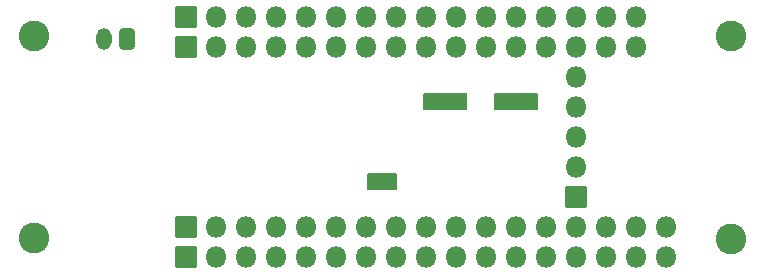
<source format=gbs>
G04 #@! TF.GenerationSoftware,KiCad,Pcbnew,(6.0.0-0)*
G04 #@! TF.CreationDate,2023-04-20T16:33:35-07:00*
G04 #@! TF.ProjectId,ItsyBitsy breadboard,49747379-4269-4747-9379-206272656164,3.0.0*
G04 #@! TF.SameCoordinates,Original*
G04 #@! TF.FileFunction,Soldermask,Bot*
G04 #@! TF.FilePolarity,Negative*
%FSLAX46Y46*%
G04 Gerber Fmt 4.6, Leading zero omitted, Abs format (unit mm)*
G04 Created by KiCad (PCBNEW (6.0.0-0)) date 2023-04-20 16:33:35*
%MOMM*%
%LPD*%
G01*
G04 APERTURE LIST*
G04 Aperture macros list*
%AMRoundRect*
0 Rectangle with rounded corners*
0 $1 Rounding radius*
0 $2 $3 $4 $5 $6 $7 $8 $9 X,Y pos of 4 corners*
0 Add a 4 corners polygon primitive as box body*
4,1,4,$2,$3,$4,$5,$6,$7,$8,$9,$2,$3,0*
0 Add four circle primitives for the rounded corners*
1,1,$1+$1,$2,$3*
1,1,$1+$1,$4,$5*
1,1,$1+$1,$6,$7*
1,1,$1+$1,$8,$9*
0 Add four rect primitives between the rounded corners*
20,1,$1+$1,$2,$3,$4,$5,0*
20,1,$1+$1,$4,$5,$6,$7,0*
20,1,$1+$1,$6,$7,$8,$9,0*
20,1,$1+$1,$8,$9,$2,$3,0*%
G04 Aperture macros list end*
%ADD10C,0.150000*%
%ADD11RoundRect,0.300800X0.350000X0.625000X-0.350000X0.625000X-0.350000X-0.625000X0.350000X-0.625000X0*%
%ADD12O,1.301600X1.851600*%
%ADD13RoundRect,0.050800X0.850000X-0.850000X0.850000X0.850000X-0.850000X0.850000X-0.850000X-0.850000X0*%
%ADD14O,1.801600X1.801600*%
%ADD15RoundRect,0.050800X0.850000X0.850000X-0.850000X0.850000X-0.850000X-0.850000X0.850000X-0.850000X0*%
%ADD16C,2.601600*%
%ADD17RoundRect,0.050800X-0.485000X0.635000X-0.485000X-0.635000X0.485000X-0.635000X0.485000X0.635000X0*%
%ADD18RoundRect,0.050800X0.485000X-0.635000X0.485000X0.635000X-0.485000X0.635000X-0.485000X-0.635000X0*%
G04 APERTURE END LIST*
D10*
X131883000Y-105564000D02*
X135500000Y-105600000D01*
X135500000Y-105600000D02*
X135500000Y-104330000D01*
X135500000Y-104330000D02*
X131883000Y-104294000D01*
X131883000Y-104294000D02*
X131883000Y-105564000D01*
G36*
X135500000Y-104330000D02*
G01*
X135500000Y-105600000D01*
X131883000Y-105564000D01*
X131883000Y-104294000D01*
X135500000Y-104330000D01*
G37*
X135500000Y-104330000D02*
X135500000Y-105600000D01*
X131883000Y-105564000D01*
X131883000Y-104294000D01*
X135500000Y-104330000D01*
X137883000Y-105564000D02*
X141500000Y-105600000D01*
X141500000Y-105600000D02*
X141500000Y-104330000D01*
X141500000Y-104330000D02*
X137883000Y-104294000D01*
X137883000Y-104294000D02*
X137883000Y-105564000D01*
G36*
X141500000Y-104330000D02*
G01*
X141500000Y-105600000D01*
X137883000Y-105564000D01*
X137883000Y-104294000D01*
X141500000Y-104330000D01*
G37*
X141500000Y-104330000D02*
X141500000Y-105600000D01*
X137883000Y-105564000D01*
X137883000Y-104294000D01*
X141500000Y-104330000D01*
X127200000Y-112400000D02*
X129500000Y-112400000D01*
X129500000Y-112400000D02*
X129500000Y-111130000D01*
X129500000Y-111130000D02*
X127200000Y-111130000D01*
X127200000Y-111130000D02*
X127200000Y-112400000D01*
G36*
X129500000Y-112400000D02*
G01*
X127200000Y-112400000D01*
X127200000Y-111130000D01*
X129500000Y-111130000D01*
X129500000Y-112400000D01*
G37*
X129500000Y-112400000D02*
X127200000Y-112400000D01*
X127200000Y-111130000D01*
X129500000Y-111130000D01*
X129500000Y-112400000D01*
D11*
X106800000Y-99700000D03*
D12*
X104800000Y-99700000D03*
D13*
X111760000Y-115570000D03*
D14*
X114300000Y-115570000D03*
X116840000Y-115570000D03*
X119380000Y-115570000D03*
X121920000Y-115570000D03*
X124460000Y-115570000D03*
X127000000Y-115570000D03*
X129540000Y-115570000D03*
X132080000Y-115570000D03*
X134620000Y-115570000D03*
X137160000Y-115570000D03*
X139700000Y-115570000D03*
X142240000Y-115570000D03*
X144780000Y-115570000D03*
X147320000Y-115570000D03*
X149860000Y-115570000D03*
X152400000Y-115570000D03*
D13*
X111760000Y-100330000D03*
D14*
X114300000Y-100330000D03*
X116840000Y-100330000D03*
X119380000Y-100330000D03*
X121920000Y-100330000D03*
X124460000Y-100330000D03*
X127000000Y-100330000D03*
X129540000Y-100330000D03*
X132080000Y-100330000D03*
X134620000Y-100330000D03*
X137160000Y-100330000D03*
X139700000Y-100330000D03*
X142240000Y-100330000D03*
X144780000Y-100330000D03*
X147320000Y-100330000D03*
X149860000Y-100330000D03*
D15*
X144780000Y-113030000D03*
D14*
X144780000Y-110490000D03*
X144780000Y-107950000D03*
X144780000Y-105410000D03*
X144780000Y-102870000D03*
D13*
X111760000Y-118110000D03*
D14*
X114300000Y-118110000D03*
X116840000Y-118110000D03*
X119380000Y-118110000D03*
X121920000Y-118110000D03*
X124460000Y-118110000D03*
X127000000Y-118110000D03*
X129540000Y-118110000D03*
X132080000Y-118110000D03*
X134620000Y-118110000D03*
X137160000Y-118110000D03*
X139700000Y-118110000D03*
X142240000Y-118110000D03*
X144780000Y-118110000D03*
X147320000Y-118110000D03*
X149860000Y-118110000D03*
X152400000Y-118110000D03*
D13*
X111760000Y-97790000D03*
D14*
X114300000Y-97790000D03*
X116840000Y-97790000D03*
X119380000Y-97790000D03*
X121920000Y-97790000D03*
X124460000Y-97790000D03*
X127000000Y-97790000D03*
X129540000Y-97790000D03*
X132080000Y-97790000D03*
X134620000Y-97790000D03*
X137160000Y-97790000D03*
X139700000Y-97790000D03*
X142240000Y-97790000D03*
X144780000Y-97790000D03*
X147320000Y-97790000D03*
X149860000Y-97790000D03*
D16*
X157900000Y-99400000D03*
X157900000Y-99400000D03*
X98850000Y-99400000D03*
X98850000Y-99400000D03*
X98850000Y-116550000D03*
X98850000Y-116550000D03*
X157900000Y-116600000D03*
X157900000Y-116600000D03*
D17*
X132461000Y-104902000D03*
X133731000Y-104902000D03*
X135001000Y-104902000D03*
D18*
X129037000Y-111760000D03*
X127757000Y-111760000D03*
D17*
X138430000Y-104902000D03*
X139700000Y-104902000D03*
X140970000Y-104902000D03*
M02*

</source>
